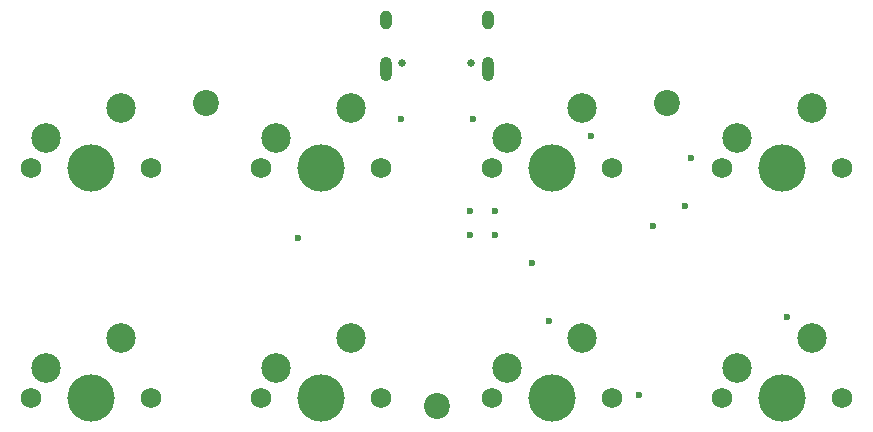
<source format=gbr>
G04 #@! TF.GenerationSoftware,KiCad,Pcbnew,8.0.6*
G04 #@! TF.CreationDate,2025-01-18T20:04:13+00:00*
G04 #@! TF.ProjectId,macro-keyboard,6d616372-6f2d-46b6-9579-626f6172642e,rev?*
G04 #@! TF.SameCoordinates,Original*
G04 #@! TF.FileFunction,Soldermask,Top*
G04 #@! TF.FilePolarity,Negative*
%FSLAX46Y46*%
G04 Gerber Fmt 4.6, Leading zero omitted, Abs format (unit mm)*
G04 Created by KiCad (PCBNEW 8.0.6) date 2025-01-18 20:04:13*
%MOMM*%
%LPD*%
G01*
G04 APERTURE LIST*
%ADD10C,2.200000*%
%ADD11C,1.750000*%
%ADD12C,4.000000*%
%ADD13C,2.500000*%
%ADD14C,0.650000*%
%ADD15O,1.000000X1.600000*%
%ADD16O,1.000000X2.100000*%
%ADD17C,0.600000*%
G04 APERTURE END LIST*
D10*
X146425000Y-108975000D03*
X165925000Y-83325000D03*
D11*
X112103623Y-108333623D03*
D12*
X117183623Y-108333623D03*
D11*
X122263623Y-108333623D03*
D13*
X113373623Y-105793623D03*
X119723623Y-103253623D03*
D11*
X131603623Y-108333623D03*
D12*
X136683623Y-108333623D03*
D11*
X141763623Y-108333623D03*
D13*
X132873623Y-105793623D03*
X139223623Y-103253623D03*
D11*
X170603623Y-88833623D03*
D12*
X175683623Y-88833623D03*
D11*
X180763623Y-88833623D03*
D13*
X171873623Y-86293623D03*
X178223623Y-83753623D03*
D11*
X112103623Y-88833623D03*
D12*
X117183623Y-88833623D03*
D11*
X122263623Y-88833623D03*
D13*
X113373623Y-86293623D03*
X119723623Y-83753623D03*
D10*
X126925000Y-83375000D03*
D11*
X151103623Y-108333623D03*
D12*
X156183623Y-108333623D03*
D11*
X161263623Y-108333623D03*
D13*
X152373623Y-105793623D03*
X158723623Y-103253623D03*
D11*
X170603623Y-108333623D03*
D12*
X175683623Y-108333623D03*
D11*
X180763623Y-108333623D03*
D13*
X171873623Y-105793623D03*
X178223623Y-103253623D03*
D11*
X151103623Y-88833623D03*
D12*
X156183623Y-88833623D03*
D11*
X161263623Y-88833623D03*
D13*
X152373623Y-86293623D03*
X158723623Y-83753623D03*
D11*
X131603623Y-88833623D03*
D12*
X136683623Y-88833623D03*
D11*
X141763623Y-88833623D03*
D13*
X132873623Y-86293623D03*
X139223623Y-83753623D03*
D14*
X143543623Y-79933623D03*
X149323623Y-79933623D03*
D15*
X142113623Y-76283623D03*
D16*
X142113623Y-80463623D03*
D15*
X150753623Y-76283623D03*
D16*
X150753623Y-80463623D03*
D17*
X151350000Y-94500000D03*
X149250000Y-92500000D03*
X151350000Y-92500000D03*
X149250000Y-94500000D03*
X164750000Y-93750000D03*
X176100000Y-101500000D03*
X154500000Y-96900000D03*
X163600000Y-108100000D03*
X168000000Y-88000000D03*
X159516377Y-86183623D03*
X134700000Y-94750000D03*
X149533623Y-84733623D03*
X143424123Y-84733623D03*
X155923298Y-101796800D03*
X167500000Y-92100000D03*
M02*

</source>
